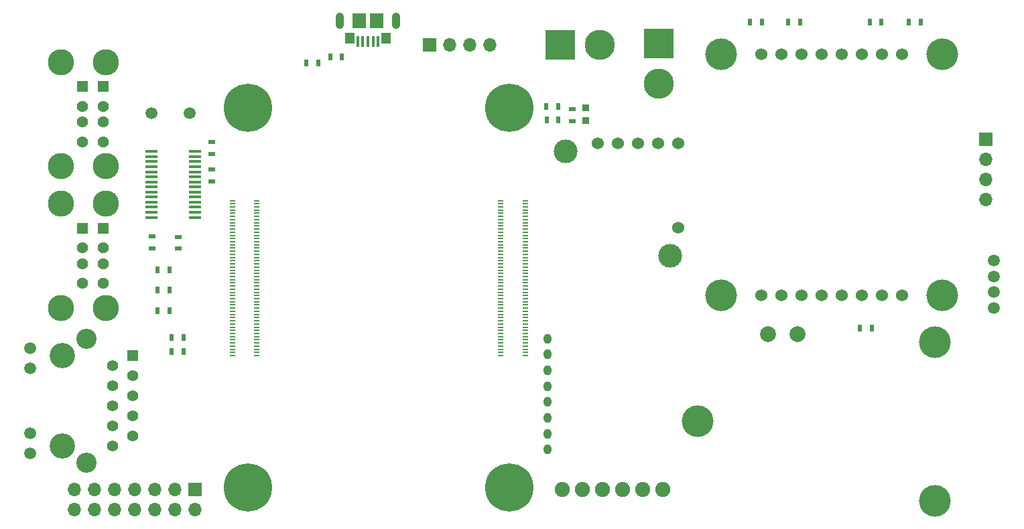
<source format=gts>
%TF.GenerationSoftware,KiCad,Pcbnew,(5.1.9)-1*%
%TF.CreationDate,2021-12-11T15:02:24-08:00*%
%TF.ProjectId,DevelopmentBoard,44657665-6c6f-4706-9d65-6e74426f6172,rev?*%
%TF.SameCoordinates,Original*%
%TF.FileFunction,Soldermask,Top*%
%TF.FilePolarity,Negative*%
%FSLAX46Y46*%
G04 Gerber Fmt 4.6, Leading zero omitted, Abs format (unit mm)*
G04 Created by KiCad (PCBNEW (5.1.9)-1) date 2021-12-11 15:02:24*
%MOMM*%
%LPD*%
G01*
G04 APERTURE LIST*
%ADD10C,6.100000*%
%ADD11R,0.700000X0.200000*%
%ADD12O,1.000000X1.270000*%
%ADD13C,1.900000*%
%ADD14R,0.600000X0.900000*%
%ADD15C,4.000000*%
%ADD16C,1.524000*%
%ADD17C,3.000000*%
%ADD18R,0.900000X0.600000*%
%ADD19R,1.525000X0.440000*%
%ADD20R,1.408000X1.408000*%
%ADD21C,1.408000*%
%ADD22C,3.200000*%
%ADD23C,2.550000*%
%ADD24C,1.508000*%
%ADD25C,1.500000*%
%ADD26R,1.428000X1.428000*%
%ADD27C,1.428000*%
%ADD28C,3.316000*%
%ADD29O,1.050000X2.100000*%
%ADD30R,1.150000X1.450000*%
%ADD31R,1.750000X1.900000*%
%ADD32R,0.400000X1.400000*%
%ADD33R,3.800000X3.800000*%
%ADD34C,3.800000*%
%ADD35R,0.930000X0.890000*%
%ADD36O,1.700000X1.700000*%
%ADD37R,1.700000X1.700000*%
%ADD38C,2.000000*%
G04 APERTURE END LIST*
D10*
%TO.C,U1*%
X156962000Y-126068000D03*
X123962000Y-78068000D03*
X156962000Y-78068000D03*
X123962000Y-126068000D03*
D11*
X158962000Y-109368000D03*
X155882000Y-109368000D03*
X158962000Y-108968000D03*
X155882000Y-108968000D03*
X158962000Y-108568000D03*
X155882000Y-108568000D03*
X158962000Y-108168000D03*
X155882000Y-108168000D03*
X158962000Y-107768000D03*
X155882000Y-107768000D03*
X158962000Y-107368000D03*
X155882000Y-107368000D03*
X158962000Y-106968000D03*
X155882000Y-106968000D03*
X158962000Y-106568000D03*
X155882000Y-106568000D03*
X158962000Y-106168000D03*
X155882000Y-106168000D03*
X158962000Y-105768000D03*
X155882000Y-105768000D03*
X158962000Y-105368000D03*
X155882000Y-105368000D03*
X158962000Y-104968000D03*
X155882000Y-104968000D03*
X158962000Y-104568000D03*
X155882000Y-104568000D03*
X158962000Y-104168000D03*
X155882000Y-104168000D03*
X158962000Y-103768000D03*
X155882000Y-103768000D03*
X158962000Y-103368000D03*
X155882000Y-103368000D03*
X158962000Y-102968000D03*
X155882000Y-102968000D03*
X158962000Y-102568000D03*
X155882000Y-102568000D03*
X158962000Y-102168000D03*
X155882000Y-102168000D03*
X158962000Y-101768000D03*
X155882000Y-101768000D03*
X158962000Y-101368000D03*
X155882000Y-101368000D03*
X158962000Y-100968000D03*
X155882000Y-100968000D03*
X158962000Y-100568000D03*
X155882000Y-100568000D03*
X158962000Y-100168000D03*
X155882000Y-100168000D03*
X158962000Y-99768000D03*
X155882000Y-99768000D03*
X158962000Y-99368000D03*
X155882000Y-99368000D03*
X158962000Y-98968000D03*
X155882000Y-98968000D03*
X158962000Y-98568000D03*
X155882000Y-98568000D03*
X158962000Y-98168000D03*
X155882000Y-98168000D03*
X158962000Y-97768000D03*
X155882000Y-97768000D03*
X158962000Y-97368000D03*
X155882000Y-97368000D03*
X158962000Y-96968000D03*
X155882000Y-96968000D03*
X158962000Y-96568000D03*
X155882000Y-96568000D03*
X158962000Y-96168000D03*
X155882000Y-96168000D03*
X158962000Y-95768000D03*
X155882000Y-95768000D03*
X158962000Y-95368000D03*
X155882000Y-95368000D03*
X158962000Y-94968000D03*
X155882000Y-94968000D03*
X158962000Y-94568000D03*
X155882000Y-94568000D03*
X158962000Y-94168000D03*
X155882000Y-94168000D03*
X158962000Y-93768000D03*
X155882000Y-93768000D03*
X158962000Y-93368000D03*
X155882000Y-93368000D03*
X158962000Y-92968000D03*
X155882000Y-92968000D03*
X158962000Y-92568000D03*
X155882000Y-92568000D03*
X158962000Y-92168000D03*
X155882000Y-92168000D03*
X158962000Y-91768000D03*
X155882000Y-91768000D03*
X158962000Y-91368000D03*
X155882000Y-91368000D03*
X158962000Y-90968000D03*
X155882000Y-90968000D03*
X158962000Y-90568000D03*
X155882000Y-90568000D03*
X158962000Y-90168000D03*
X155882000Y-90168000D03*
X158962000Y-89768000D03*
X155882000Y-89768000D03*
X125042000Y-109368000D03*
X121962000Y-109368000D03*
X125042000Y-108968000D03*
X121962000Y-108968000D03*
X125042000Y-108568000D03*
X121962000Y-108568000D03*
X125042000Y-108168000D03*
X121962000Y-108168000D03*
X125042000Y-107768000D03*
X121962000Y-107768000D03*
X125042000Y-107368000D03*
X121962000Y-107368000D03*
X125042000Y-106968000D03*
X121962000Y-106968000D03*
X125042000Y-106568000D03*
X121962000Y-106568000D03*
X125042000Y-106168000D03*
X121962000Y-106168000D03*
X125042000Y-105768000D03*
X121962000Y-105768000D03*
X125042000Y-105368000D03*
X121962000Y-105368000D03*
X125042000Y-104968000D03*
X121962000Y-104968000D03*
X125042000Y-104568000D03*
X121962000Y-104568000D03*
X125042000Y-104168000D03*
X121962000Y-104168000D03*
X125042000Y-103768000D03*
X121962000Y-103768000D03*
X125042000Y-103368000D03*
X121962000Y-103368000D03*
X125042000Y-102968000D03*
X121962000Y-102968000D03*
X125042000Y-102568000D03*
X121962000Y-102568000D03*
X125042000Y-102168000D03*
X121962000Y-102168000D03*
X125042000Y-101768000D03*
X121962000Y-101768000D03*
X125042000Y-101368000D03*
X121962000Y-101368000D03*
X125042000Y-100968000D03*
X121962000Y-100968000D03*
X125042000Y-100568000D03*
X121962000Y-100568000D03*
X125042000Y-100168000D03*
X121962000Y-100168000D03*
X125042000Y-99768000D03*
X121962000Y-99768000D03*
X125042000Y-99368000D03*
X121962000Y-99368000D03*
X125042000Y-98968000D03*
X121962000Y-98968000D03*
X125042000Y-98568000D03*
X121962000Y-98568000D03*
X125042000Y-98168000D03*
X121962000Y-98168000D03*
X125042000Y-97768000D03*
X121962000Y-97768000D03*
X125042000Y-97368000D03*
X121962000Y-97368000D03*
X125042000Y-96968000D03*
X121962000Y-96968000D03*
X125042000Y-96568000D03*
X121962000Y-96568000D03*
X125042000Y-96168000D03*
X121962000Y-96168000D03*
X125042000Y-95768000D03*
X121962000Y-95768000D03*
X125042000Y-95368000D03*
X121962000Y-95368000D03*
X125042000Y-94968000D03*
X121962000Y-94968000D03*
X125042000Y-94568000D03*
X121962000Y-94568000D03*
X125042000Y-94168000D03*
X121962000Y-94168000D03*
X125042000Y-93768000D03*
X121962000Y-93768000D03*
X125042000Y-93368000D03*
X121962000Y-93368000D03*
X125042000Y-92968000D03*
X121962000Y-92968000D03*
X125042000Y-92568000D03*
X121962000Y-92568000D03*
X125042000Y-92168000D03*
X121962000Y-92168000D03*
X125042000Y-91768000D03*
X121962000Y-91768000D03*
X125042000Y-91368000D03*
X121962000Y-91368000D03*
X125042000Y-90968000D03*
X121962000Y-90968000D03*
X125042000Y-90568000D03*
X121962000Y-90568000D03*
X125042000Y-90168000D03*
X121962000Y-90168000D03*
X125042000Y-89768000D03*
X121962000Y-89768000D03*
%TD*%
D12*
%TO.C,A1*%
X161746000Y-115226000D03*
X161746000Y-119226000D03*
X161746000Y-117226000D03*
X161746000Y-121226000D03*
X161746000Y-111226000D03*
D13*
X163656000Y-126256000D03*
X168736000Y-126256000D03*
D12*
X161746000Y-113226000D03*
D13*
X173816000Y-126256000D03*
D12*
X161746000Y-107226000D03*
D13*
X176356000Y-126256000D03*
X171276000Y-126256000D03*
D12*
X161746000Y-109226000D03*
D13*
X166196000Y-126256000D03*
%TD*%
D14*
%TO.C,R4*%
X132786000Y-72352000D03*
X131286000Y-72352000D03*
%TD*%
%TO.C,R2*%
X134316000Y-71590000D03*
X135816000Y-71590000D03*
%TD*%
D15*
%TO.C,U5*%
X183694800Y-71261800D03*
X183694800Y-101741800D03*
X211634800Y-101741800D03*
X211634800Y-71261800D03*
D16*
X196394800Y-101741800D03*
X193854800Y-101741800D03*
X191314800Y-101741800D03*
X188774800Y-101741800D03*
X198934800Y-101741800D03*
X201474800Y-101741800D03*
X204014800Y-101741800D03*
X206554800Y-101741800D03*
X206554800Y-71261800D03*
X188774800Y-71261800D03*
X196394800Y-71261800D03*
X204014800Y-71261800D03*
X201474800Y-71261800D03*
X191314800Y-71261800D03*
X193854800Y-71261800D03*
X198934800Y-71261800D03*
%TD*%
D17*
%TO.C,U3*%
X164088000Y-83570000D03*
D16*
X173228000Y-82550000D03*
X175768000Y-82550000D03*
X178318000Y-82540000D03*
X170688000Y-82550000D03*
X168148000Y-82550000D03*
D17*
X177288000Y-96770000D03*
D16*
X178318000Y-93230000D03*
%TD*%
D18*
%TO.C,R11*%
X115106000Y-95836000D03*
X115106000Y-94336000D03*
%TD*%
D19*
%TO.C,IC1*%
X117203000Y-88041000D03*
X117203000Y-84201000D03*
X111779000Y-91881000D03*
X111779000Y-89321000D03*
X111779000Y-88681000D03*
X117203000Y-84841000D03*
X111779000Y-87401000D03*
X117203000Y-87401000D03*
X117203000Y-89321000D03*
X111779000Y-86121000D03*
X111779000Y-85481000D03*
X111779000Y-84201000D03*
X117203000Y-89961000D03*
X117203000Y-88681000D03*
X117203000Y-85481000D03*
X117203000Y-86121000D03*
X111779000Y-91241000D03*
X111779000Y-90601000D03*
X111779000Y-86761000D03*
X117203000Y-83561000D03*
X117203000Y-90601000D03*
X117203000Y-91241000D03*
X117203000Y-91881000D03*
X111779000Y-89961000D03*
X117203000Y-86761000D03*
X111779000Y-88041000D03*
X111779000Y-84841000D03*
X111779000Y-83561000D03*
%TD*%
D14*
%TO.C,C3*%
X113986000Y-101056000D03*
X112486000Y-101056000D03*
%TD*%
D18*
%TO.C,R15*%
X164916000Y-79736000D03*
X164916000Y-78236000D03*
%TD*%
D14*
%TO.C,R14*%
X115766000Y-108856000D03*
X114266000Y-108856000D03*
%TD*%
%TO.C,R13*%
X115776000Y-107036000D03*
X114276000Y-107036000D03*
%TD*%
D20*
%TO.C,J4*%
X109391000Y-109347000D03*
D21*
X106851000Y-110617000D03*
X109391000Y-111887000D03*
X106851000Y-113157000D03*
X109391000Y-114427000D03*
X106851000Y-115697000D03*
X109391000Y-116967000D03*
X106851000Y-118237000D03*
D22*
X100501000Y-109347000D03*
X100501000Y-120777000D03*
D23*
X103551000Y-122912000D03*
X103551000Y-107212000D03*
D24*
X96441000Y-108432000D03*
X96441000Y-121692000D03*
D21*
X109391000Y-119507000D03*
X106851000Y-120777000D03*
D24*
X96441000Y-110972000D03*
X96441000Y-119152000D03*
%TD*%
D25*
%TO.C,Y1*%
X116606000Y-78702000D03*
X111726000Y-78702000D03*
%TD*%
D14*
%TO.C,R12*%
X112496000Y-103716000D03*
X113996000Y-103716000D03*
%TD*%
D18*
%TO.C,R6*%
X111856000Y-95826000D03*
X111856000Y-94326000D03*
%TD*%
D26*
%TO.C,J3*%
X103001000Y-93241000D03*
D27*
X103001000Y-95741000D03*
X103001000Y-97741000D03*
X103001000Y-100241000D03*
D28*
X105971000Y-90171000D03*
X105971000Y-103311000D03*
X100291000Y-90171000D03*
X100291000Y-103311000D03*
D26*
X105621000Y-93241000D03*
D27*
X105621000Y-95741000D03*
X105621000Y-97741000D03*
X105621000Y-100241000D03*
%TD*%
D18*
%TO.C,C4*%
X119346000Y-85836000D03*
X119346000Y-87336000D03*
%TD*%
D14*
%TO.C,C2*%
X113986000Y-98546000D03*
X112486000Y-98546000D03*
%TD*%
D18*
%TO.C,C1*%
X119336000Y-83836000D03*
X119336000Y-82336000D03*
%TD*%
D26*
%TO.C,J2*%
X103026000Y-75341000D03*
D27*
X103026000Y-77841000D03*
X103026000Y-79841000D03*
X103026000Y-82341000D03*
D28*
X105996000Y-72271000D03*
X105996000Y-85411000D03*
X100316000Y-72271000D03*
X100316000Y-85411000D03*
D26*
X105646000Y-75341000D03*
D27*
X105646000Y-77841000D03*
X105646000Y-79841000D03*
X105646000Y-82341000D03*
%TD*%
D14*
%TO.C,R10*%
X201242000Y-105880000D03*
X202742000Y-105880000D03*
%TD*%
%TO.C,R9*%
X203962000Y-67236000D03*
X202462000Y-67236000D03*
%TD*%
%TO.C,R8*%
X208916000Y-67186000D03*
X207416000Y-67186000D03*
%TD*%
%TO.C,R7*%
X192196000Y-67216000D03*
X193696000Y-67216000D03*
%TD*%
%TO.C,R5*%
X188876000Y-67186000D03*
X187376000Y-67186000D03*
%TD*%
%TO.C,R3*%
X161656000Y-79536000D03*
X163156000Y-79536000D03*
%TD*%
%TO.C,R1*%
X161626000Y-77826000D03*
X163126000Y-77826000D03*
%TD*%
D29*
%TO.C,U4*%
X135516000Y-67036000D03*
X142666000Y-67036000D03*
D30*
X136771000Y-69266000D03*
X141411000Y-69266000D03*
D31*
X137966000Y-67036000D03*
X140216000Y-67036000D03*
D32*
X137791000Y-69686000D03*
X138441000Y-69686000D03*
X139091000Y-69686000D03*
X139741000Y-69686000D03*
X140391000Y-69686000D03*
%TD*%
D33*
%TO.C,X1*%
X163384000Y-70066000D03*
D34*
X168384000Y-70066000D03*
%TD*%
D33*
%TO.C,X2*%
X175830000Y-69946000D03*
D34*
X175830000Y-74946000D03*
%TD*%
D25*
%TO.C,X3*%
X218186000Y-99330000D03*
X218186000Y-97330000D03*
X218186000Y-101330000D03*
X218186000Y-103330000D03*
%TD*%
D35*
%TO.C,D1*%
X166586000Y-79664000D03*
X166586000Y-78036000D03*
%TD*%
D36*
%TO.C,J1*%
X217170000Y-89662000D03*
X217170000Y-87122000D03*
X217170000Y-84582000D03*
D37*
X217170000Y-82042000D03*
%TD*%
D15*
%TO.C,U2*%
X180756000Y-117696000D03*
X210756000Y-127696000D03*
X210756000Y-107696000D03*
%TD*%
D38*
%TO.C,TP2*%
X189666000Y-106626000D03*
%TD*%
%TO.C,TP1*%
X193356000Y-106642000D03*
%TD*%
D37*
%TO.C,J5*%
X146874000Y-70066000D03*
D36*
X149414000Y-70066000D03*
X151954000Y-70066000D03*
X154494000Y-70066000D03*
%TD*%
D37*
%TO.C,J6*%
X117216000Y-126281000D03*
D36*
X117216000Y-128821000D03*
X114676000Y-126281000D03*
X114676000Y-128821000D03*
X112136000Y-126281000D03*
X112136000Y-128821000D03*
X109596000Y-126281000D03*
X109596000Y-128821000D03*
X107056000Y-126281000D03*
X107056000Y-128821000D03*
X104516000Y-126281000D03*
X104516000Y-128821000D03*
X101976000Y-126281000D03*
X101976000Y-128821000D03*
%TD*%
M02*

</source>
